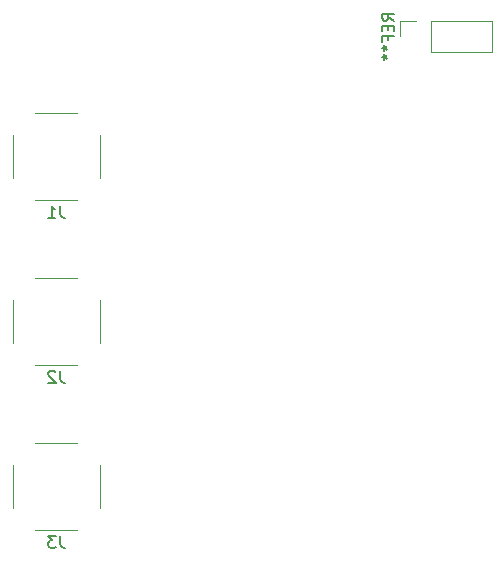
<source format=gbr>
%TF.GenerationSoftware,KiCad,Pcbnew,(5.1.9)-1*%
%TF.CreationDate,2022-04-08T15:22:57-04:00*%
%TF.ProjectId,March_PCB_Design_2_2b2848RGB,4d617263-685f-4504-9342-5f4465736967,rev?*%
%TF.SameCoordinates,Original*%
%TF.FileFunction,Legend,Bot*%
%TF.FilePolarity,Positive*%
%FSLAX46Y46*%
G04 Gerber Fmt 4.6, Leading zero omitted, Abs format (unit mm)*
G04 Created by KiCad (PCBNEW (5.1.9)-1) date 2022-04-08 15:22:57*
%MOMM*%
%LPD*%
G01*
G04 APERTURE LIST*
%ADD10C,0.120000*%
%ADD11C,0.150000*%
G04 APERTURE END LIST*
D10*
%TO.C,REF\u002A\u002A*%
X104080000Y-63440000D02*
X104080000Y-64770000D01*
X105410000Y-63440000D02*
X104080000Y-63440000D01*
X106680000Y-63440000D02*
X106680000Y-66100000D01*
X106680000Y-66100000D02*
X111820000Y-66100000D01*
X106680000Y-63440000D02*
X111820000Y-63440000D01*
X111820000Y-63440000D02*
X111820000Y-66100000D01*
%TO.C,J3*%
X71250000Y-104670000D02*
X71250000Y-101070000D01*
X78610000Y-104670000D02*
X78610000Y-101070000D01*
X73130000Y-99190000D02*
X76730000Y-99190000D01*
X73130000Y-106550000D02*
X76730000Y-106550000D01*
%TO.C,J2*%
X71250000Y-90700000D02*
X71250000Y-87100000D01*
X78610000Y-90700000D02*
X78610000Y-87100000D01*
X73130000Y-85220000D02*
X76730000Y-85220000D01*
X73130000Y-92580000D02*
X76730000Y-92580000D01*
%TO.C,J1*%
X71250000Y-76730000D02*
X71250000Y-73130000D01*
X78610000Y-76730000D02*
X78610000Y-73130000D01*
X73130000Y-71250000D02*
X76730000Y-71250000D01*
X73130000Y-78610000D02*
X76730000Y-78610000D01*
%TO.C,REF\u002A\u002A*%
D11*
X103532380Y-63436666D02*
X103056190Y-63103333D01*
X103532380Y-62865238D02*
X102532380Y-62865238D01*
X102532380Y-63246190D01*
X102580000Y-63341428D01*
X102627619Y-63389047D01*
X102722857Y-63436666D01*
X102865714Y-63436666D01*
X102960952Y-63389047D01*
X103008571Y-63341428D01*
X103056190Y-63246190D01*
X103056190Y-62865238D01*
X103008571Y-63865238D02*
X103008571Y-64198571D01*
X103532380Y-64341428D02*
X103532380Y-63865238D01*
X102532380Y-63865238D01*
X102532380Y-64341428D01*
X103008571Y-65103333D02*
X103008571Y-64770000D01*
X103532380Y-64770000D02*
X102532380Y-64770000D01*
X102532380Y-65246190D01*
X102532380Y-65770000D02*
X102770476Y-65770000D01*
X102675238Y-65531904D02*
X102770476Y-65770000D01*
X102675238Y-66008095D01*
X102960952Y-65627142D02*
X102770476Y-65770000D01*
X102960952Y-65912857D01*
X102532380Y-66531904D02*
X102770476Y-66531904D01*
X102675238Y-66293809D02*
X102770476Y-66531904D01*
X102675238Y-66770000D01*
X102960952Y-66389047D02*
X102770476Y-66531904D01*
X102960952Y-66674761D01*
%TO.C,J3*%
X75263333Y-107072380D02*
X75263333Y-107786666D01*
X75310952Y-107929523D01*
X75406190Y-108024761D01*
X75549047Y-108072380D01*
X75644285Y-108072380D01*
X74882380Y-107072380D02*
X74263333Y-107072380D01*
X74596666Y-107453333D01*
X74453809Y-107453333D01*
X74358571Y-107500952D01*
X74310952Y-107548571D01*
X74263333Y-107643809D01*
X74263333Y-107881904D01*
X74310952Y-107977142D01*
X74358571Y-108024761D01*
X74453809Y-108072380D01*
X74739523Y-108072380D01*
X74834761Y-108024761D01*
X74882380Y-107977142D01*
%TO.C,J2*%
X75263333Y-93102380D02*
X75263333Y-93816666D01*
X75310952Y-93959523D01*
X75406190Y-94054761D01*
X75549047Y-94102380D01*
X75644285Y-94102380D01*
X74834761Y-93197619D02*
X74787142Y-93150000D01*
X74691904Y-93102380D01*
X74453809Y-93102380D01*
X74358571Y-93150000D01*
X74310952Y-93197619D01*
X74263333Y-93292857D01*
X74263333Y-93388095D01*
X74310952Y-93530952D01*
X74882380Y-94102380D01*
X74263333Y-94102380D01*
%TO.C,J1*%
X75263333Y-79132380D02*
X75263333Y-79846666D01*
X75310952Y-79989523D01*
X75406190Y-80084761D01*
X75549047Y-80132380D01*
X75644285Y-80132380D01*
X74263333Y-80132380D02*
X74834761Y-80132380D01*
X74549047Y-80132380D02*
X74549047Y-79132380D01*
X74644285Y-79275238D01*
X74739523Y-79370476D01*
X74834761Y-79418095D01*
%TD*%
M02*

</source>
